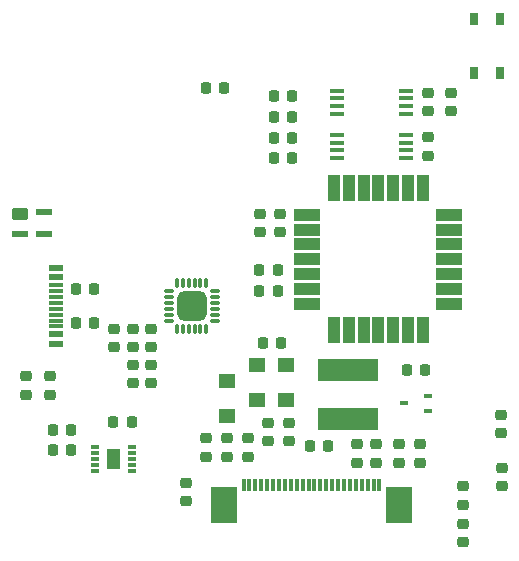
<source format=gbr>
%TF.GenerationSoftware,KiCad,Pcbnew,(6.0.8)*%
%TF.CreationDate,2023-02-07T11:28:49+01:00*%
%TF.ProjectId,MuMo-v2-Node,4d754d6f-2d76-4322-9d4e-6f64652e6b69,rev?*%
%TF.SameCoordinates,Original*%
%TF.FileFunction,Paste,Top*%
%TF.FilePolarity,Positive*%
%FSLAX46Y46*%
G04 Gerber Fmt 4.6, Leading zero omitted, Abs format (unit mm)*
G04 Created by KiCad (PCBNEW (6.0.8)) date 2023-02-07 11:28:49*
%MOMM*%
%LPD*%
G01*
G04 APERTURE LIST*
G04 Aperture macros list*
%AMRoundRect*
0 Rectangle with rounded corners*
0 $1 Rounding radius*
0 $2 $3 $4 $5 $6 $7 $8 $9 X,Y pos of 4 corners*
0 Add a 4 corners polygon primitive as box body*
4,1,4,$2,$3,$4,$5,$6,$7,$8,$9,$2,$3,0*
0 Add four circle primitives for the rounded corners*
1,1,$1+$1,$2,$3*
1,1,$1+$1,$4,$5*
1,1,$1+$1,$6,$7*
1,1,$1+$1,$8,$9*
0 Add four rect primitives between the rounded corners*
20,1,$1+$1,$2,$3,$4,$5,0*
20,1,$1+$1,$4,$5,$6,$7,0*
20,1,$1+$1,$6,$7,$8,$9,0*
20,1,$1+$1,$8,$9,$2,$3,0*%
G04 Aperture macros list end*
%ADD10C,0.010000*%
%ADD11RoundRect,0.225000X0.225000X0.250000X-0.225000X0.250000X-0.225000X-0.250000X0.225000X-0.250000X0*%
%ADD12RoundRect,0.225000X-0.250000X0.225000X-0.250000X-0.225000X0.250000X-0.225000X0.250000X0.225000X0*%
%ADD13RoundRect,0.225000X0.250000X-0.225000X0.250000X0.225000X-0.250000X0.225000X-0.250000X-0.225000X0*%
%ADD14R,2.300000X1.000000*%
%ADD15R,1.000000X2.300000*%
%ADD16R,1.400000X1.300000*%
%ADD17RoundRect,0.087500X0.512500X0.087500X-0.512500X0.087500X-0.512500X-0.087500X0.512500X-0.087500X0*%
%ADD18R,0.700000X0.450000*%
%ADD19R,5.100000X1.900000*%
%ADD20R,0.650000X0.300000*%
%ADD21RoundRect,0.099000X-0.551000X0.396000X-0.551000X-0.396000X0.551000X-0.396000X0.551000X0.396000X0*%
%ADD22RoundRect,0.059000X-0.591000X0.236000X-0.591000X-0.236000X0.591000X-0.236000X0.591000X0.236000X0*%
%ADD23RoundRect,0.225000X-0.225000X-0.250000X0.225000X-0.250000X0.225000X0.250000X-0.225000X0.250000X0*%
%ADD24R,1.150000X0.600000*%
%ADD25R,1.150000X0.300000*%
%ADD26R,0.700000X1.000000*%
%ADD27R,2.300000X3.100000*%
%ADD28R,0.300000X1.100000*%
%ADD29RoundRect,0.075000X-0.350000X-0.075000X0.350000X-0.075000X0.350000X0.075000X-0.350000X0.075000X0*%
%ADD30RoundRect,0.637500X-0.637500X-0.637500X0.637500X-0.637500X0.637500X0.637500X-0.637500X0.637500X0*%
%ADD31RoundRect,0.075000X-0.075000X-0.350000X0.075000X-0.350000X0.075000X0.350000X-0.075000X0.350000X0*%
G04 APERTURE END LIST*
%TO.C,U1*%
G36*
X154906600Y-96559540D02*
G01*
X153905638Y-96559540D01*
X153905638Y-94958000D01*
X154906600Y-94958000D01*
X154906600Y-96559540D01*
G37*
D10*
X154906600Y-96559540D02*
X153905638Y-96559540D01*
X153905638Y-94958000D01*
X154906600Y-94958000D01*
X154906600Y-96559540D01*
%TD*%
D11*
%TO.C,C26*%
X169555800Y-70308000D03*
X168005800Y-70308000D03*
%TD*%
D12*
%TO.C,C27*%
X168530800Y-75033000D03*
X168530800Y-76583000D03*
%TD*%
D13*
%TO.C,C29*%
X183030800Y-66333000D03*
X183030800Y-64783000D03*
%TD*%
%TO.C,C24*%
X187248800Y-93586600D03*
X187248800Y-92036600D03*
%TD*%
D14*
%TO.C,U2*%
X170834800Y-75117000D03*
X170834800Y-76367000D03*
X170834800Y-77617000D03*
X170834800Y-78867000D03*
X170834800Y-80117000D03*
X170834800Y-81367000D03*
X170834800Y-82617000D03*
D15*
X173084800Y-84867000D03*
X174334800Y-84867000D03*
X175584800Y-84867000D03*
X176834800Y-84867000D03*
X178084800Y-84867000D03*
X179334800Y-84867000D03*
X180584800Y-84867000D03*
D14*
X182834800Y-82617000D03*
X182834800Y-81367000D03*
X182834800Y-80117000D03*
X182834800Y-78867000D03*
X182834800Y-77617000D03*
X182834800Y-76367000D03*
X182834800Y-75117000D03*
D15*
X180584800Y-72867000D03*
X179334800Y-72867000D03*
X178084800Y-72867000D03*
X176834800Y-72867000D03*
X175584800Y-72867000D03*
X174334800Y-72867000D03*
X173084800Y-72867000D03*
%TD*%
D12*
%TO.C,C13*%
X167530800Y-92733000D03*
X167530800Y-94283000D03*
%TD*%
%TO.C,R10*%
X181030800Y-68533000D03*
X181030800Y-70083000D03*
%TD*%
D16*
%TO.C,D3*%
X169055800Y-90758000D03*
X169055800Y-87858000D03*
%TD*%
D11*
%TO.C,R3*%
X152755800Y-84258000D03*
X151205800Y-84258000D03*
%TD*%
D12*
%TO.C,C14*%
X164030800Y-94033000D03*
X164030800Y-95583000D03*
%TD*%
D17*
%TO.C,U7*%
X179180800Y-66533000D03*
X179180800Y-65883000D03*
X179180800Y-65233000D03*
X179180800Y-64583000D03*
X173380800Y-64583000D03*
X173380800Y-65233000D03*
X173380800Y-65883000D03*
X173380800Y-66533000D03*
%TD*%
D18*
%TO.C,Q1*%
X181030800Y-91708000D03*
X181030800Y-90408000D03*
X179030800Y-91058000D03*
%TD*%
D13*
%TO.C,C18*%
X160530800Y-99333000D03*
X160530800Y-97783000D03*
%TD*%
D12*
%TO.C,C5*%
X156030800Y-84733000D03*
X156030800Y-86283000D03*
%TD*%
%TO.C,C4*%
X157630800Y-87833000D03*
X157630800Y-89383000D03*
%TD*%
D16*
%TO.C,D1*%
X164030800Y-92108000D03*
X164030800Y-89208000D03*
%TD*%
D19*
%TO.C,L1*%
X174280800Y-92408000D03*
X174280800Y-88208000D03*
%TD*%
D12*
%TO.C,C8*%
X175030800Y-94533000D03*
X175030800Y-96083000D03*
%TD*%
%TO.C,C3*%
X156030800Y-87833000D03*
X156030800Y-89383000D03*
%TD*%
D11*
%TO.C,C23*%
X169555800Y-68558000D03*
X168005800Y-68558000D03*
%TD*%
D16*
%TO.C,D2*%
X166530800Y-87858000D03*
X166530800Y-90758000D03*
%TD*%
D11*
%TO.C,C19*%
X169555800Y-65058000D03*
X168005800Y-65058000D03*
%TD*%
D12*
%TO.C,R4*%
X147030800Y-88783000D03*
X147030800Y-90333000D03*
%TD*%
%TO.C,C10*%
X169280800Y-92733000D03*
X169280800Y-94283000D03*
%TD*%
%TO.C,C11*%
X165780800Y-94033000D03*
X165780800Y-95583000D03*
%TD*%
D13*
%TO.C,R7*%
X149030800Y-90333000D03*
X149030800Y-88783000D03*
%TD*%
D11*
%TO.C,R5*%
X152755800Y-81358000D03*
X151205800Y-81358000D03*
%TD*%
%TO.C,R1*%
X155943600Y-92658000D03*
X154393600Y-92658000D03*
%TD*%
D12*
%TO.C,C16*%
X184030800Y-98083000D03*
X184030800Y-99633000D03*
%TD*%
D11*
%TO.C,C2*%
X150805800Y-95058000D03*
X149255800Y-95058000D03*
%TD*%
D20*
%TO.C,U1*%
X152856600Y-94758000D03*
X152856600Y-95258000D03*
X152856600Y-95758000D03*
X152856600Y-96258000D03*
X152856600Y-96758000D03*
X155956600Y-96758000D03*
X155956600Y-96258000D03*
X155956600Y-95758000D03*
X155956600Y-95258000D03*
X155956600Y-94758000D03*
%TD*%
D21*
%TO.C,D4*%
X146505800Y-75048000D03*
D22*
X146505800Y-76768000D03*
X148555800Y-76768000D03*
X148555800Y-74848000D03*
%TD*%
D17*
%TO.C,U8*%
X179180800Y-70283000D03*
X179180800Y-69633000D03*
X179180800Y-68983000D03*
X179180800Y-68333000D03*
X173380800Y-68333000D03*
X173380800Y-68983000D03*
X173380800Y-69633000D03*
X173380800Y-70283000D03*
%TD*%
D23*
%TO.C,R12*%
X166755800Y-79808000D03*
X168305800Y-79808000D03*
%TD*%
D12*
%TO.C,C21*%
X166780800Y-75033000D03*
X166780800Y-76583000D03*
%TD*%
%TO.C,R8*%
X178630800Y-94533000D03*
X178630800Y-96083000D03*
%TD*%
D24*
%TO.C,CONN4*%
X149535000Y-79604000D03*
X149535000Y-80404000D03*
D25*
X149535000Y-81554000D03*
X149535000Y-82554000D03*
X149535000Y-83054000D03*
X149535000Y-84054000D03*
D24*
X149535000Y-86004000D03*
X149535000Y-85204000D03*
D25*
X149535000Y-84554000D03*
X149535000Y-83554000D03*
X149535000Y-82054000D03*
X149535000Y-81054000D03*
%TD*%
D13*
%TO.C,C22*%
X187280800Y-98083000D03*
X187280800Y-96533000D03*
%TD*%
D26*
%TO.C,SW2*%
X184955800Y-58558000D03*
X184955800Y-63058000D03*
X187105800Y-58558000D03*
X187105800Y-63058000D03*
%TD*%
D12*
%TO.C,R9*%
X180330800Y-94533000D03*
X180330800Y-96083000D03*
%TD*%
D23*
%TO.C,C7*%
X167055800Y-85958000D03*
X168605800Y-85958000D03*
%TD*%
%TO.C,C12*%
X179255800Y-88208000D03*
X180805800Y-88208000D03*
%TD*%
D13*
%TO.C,C28*%
X181030800Y-66333000D03*
X181030800Y-64783000D03*
%TD*%
D11*
%TO.C,C17*%
X169555800Y-66808000D03*
X168005800Y-66808000D03*
%TD*%
%TO.C,C9*%
X172605800Y-94658000D03*
X171055800Y-94658000D03*
%TD*%
%TO.C,C1*%
X150805800Y-93308000D03*
X149255800Y-93308000D03*
%TD*%
D12*
%TO.C,C30*%
X176630800Y-94533000D03*
X176630800Y-96083000D03*
%TD*%
D27*
%TO.C,CONN3*%
X178600800Y-99658000D03*
X163760800Y-99658000D03*
D28*
X176930800Y-97958000D03*
X176430800Y-97958000D03*
X175930800Y-97958000D03*
X175430800Y-97958000D03*
X174930800Y-97958000D03*
X174430800Y-97958000D03*
X173930800Y-97958000D03*
X173430800Y-97958000D03*
X172930800Y-97958000D03*
X172430800Y-97958000D03*
X171930800Y-97958000D03*
X171430800Y-97958000D03*
X170930800Y-97958000D03*
X170430800Y-97958000D03*
X169930800Y-97958000D03*
X169430800Y-97958000D03*
X168930800Y-97958000D03*
X168430800Y-97958000D03*
X167930800Y-97958000D03*
X167430800Y-97958000D03*
X166930800Y-97958000D03*
X166430800Y-97958000D03*
X165930800Y-97958000D03*
X165430800Y-97958000D03*
%TD*%
D12*
%TO.C,R2*%
X154430800Y-84733000D03*
X154430800Y-86283000D03*
%TD*%
D13*
%TO.C,C20*%
X184030800Y-102833000D03*
X184030800Y-101283000D03*
%TD*%
D12*
%TO.C,C6*%
X157630800Y-84733000D03*
X157630800Y-86283000D03*
%TD*%
D29*
%TO.C,U3*%
X159080800Y-81554000D03*
D30*
X161030800Y-82804000D03*
D29*
X159080800Y-82054000D03*
X159080800Y-82554000D03*
X159080800Y-83054000D03*
X159080800Y-83554000D03*
X159080800Y-84054000D03*
D31*
X159780800Y-84754000D03*
X160280800Y-84754000D03*
X160780800Y-84754000D03*
X161280800Y-84754000D03*
X161780800Y-84754000D03*
X162280800Y-84754000D03*
D29*
X162980800Y-84054000D03*
X162980800Y-83554000D03*
X162980800Y-83054000D03*
X162980800Y-82554000D03*
X162980800Y-82054000D03*
X162980800Y-81554000D03*
D31*
X162280800Y-80854000D03*
X161780800Y-80854000D03*
X161280800Y-80854000D03*
X160780800Y-80854000D03*
X160280800Y-80854000D03*
X159780800Y-80854000D03*
%TD*%
D12*
%TO.C,C15*%
X162280800Y-94033000D03*
X162280800Y-95583000D03*
%TD*%
D11*
%TO.C,C25*%
X163805800Y-64408000D03*
X162255800Y-64408000D03*
%TD*%
D23*
%TO.C,R11*%
X166755800Y-81558000D03*
X168305800Y-81558000D03*
%TD*%
M02*

</source>
